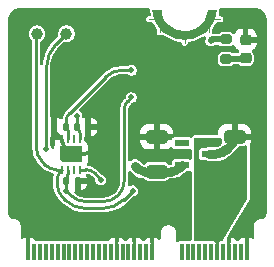
<source format=gbr>
%TF.GenerationSoftware,KiCad,Pcbnew,9.0.0*%
%TF.CreationDate,2025-05-23T16:01:07+04:00*%
%TF.ProjectId,02_06_sensor_temphumid_HDC3022DEJR,30325f30-365f-4736-956e-736f725f7465,rev?*%
%TF.SameCoordinates,Original*%
%TF.FileFunction,Copper,L1,Top*%
%TF.FilePolarity,Positive*%
%FSLAX46Y46*%
G04 Gerber Fmt 4.6, Leading zero omitted, Abs format (unit mm)*
G04 Created by KiCad (PCBNEW 9.0.0) date 2025-05-23 16:01:07*
%MOMM*%
%LPD*%
G01*
G04 APERTURE LIST*
G04 Aperture macros list*
%AMRoundRect*
0 Rectangle with rounded corners*
0 $1 Rounding radius*
0 $2 $3 $4 $5 $6 $7 $8 $9 X,Y pos of 4 corners*
0 Add a 4 corners polygon primitive as box body*
4,1,4,$2,$3,$4,$5,$6,$7,$8,$9,$2,$3,0*
0 Add four circle primitives for the rounded corners*
1,1,$1+$1,$2,$3*
1,1,$1+$1,$4,$5*
1,1,$1+$1,$6,$7*
1,1,$1+$1,$8,$9*
0 Add four rect primitives between the rounded corners*
20,1,$1+$1,$2,$3,$4,$5,0*
20,1,$1+$1,$4,$5,$6,$7,0*
20,1,$1+$1,$6,$7,$8,$9,0*
20,1,$1+$1,$8,$9,$2,$3,0*%
%AMFreePoly0*
4,1,6,0.900000,-0.650013,-0.750013,-0.650013,-0.900000,-0.500000,-0.900000,0.650013,0.900000,0.650013,0.900000,-0.650013,0.900000,-0.650013,$1*%
G04 Aperture macros list end*
%TA.AperFunction,EtchedComponent*%
%ADD10C,0.101600*%
%TD*%
%TA.AperFunction,EtchedComponent*%
%ADD11C,0.000000*%
%TD*%
%TA.AperFunction,SMDPad,CuDef*%
%ADD12R,0.350000X1.450000*%
%TD*%
%TA.AperFunction,ComponentPad*%
%ADD13C,0.454000*%
%TD*%
%TA.AperFunction,SMDPad,CuDef*%
%ADD14RoundRect,0.218750X-0.256250X0.218750X-0.256250X-0.218750X0.256250X-0.218750X0.256250X0.218750X0*%
%TD*%
%TA.AperFunction,SMDPad,CuDef*%
%ADD15C,1.000000*%
%TD*%
%TA.AperFunction,SMDPad,CuDef*%
%ADD16RoundRect,0.135000X-0.135000X-0.185000X0.135000X-0.185000X0.135000X0.185000X-0.135000X0.185000X0*%
%TD*%
%TA.AperFunction,SMDPad,CuDef*%
%ADD17R,1.200000X0.600000*%
%TD*%
%TA.AperFunction,SMDPad,CuDef*%
%ADD18R,0.250013X0.700000*%
%TD*%
%TA.AperFunction,SMDPad,CuDef*%
%ADD19FreePoly0,0.000000*%
%TD*%
%TA.AperFunction,SMDPad,CuDef*%
%ADD20RoundRect,0.140000X-0.140000X-0.170000X0.140000X-0.170000X0.140000X0.170000X-0.140000X0.170000X0*%
%TD*%
%TA.AperFunction,SMDPad,CuDef*%
%ADD21RoundRect,0.135000X0.135000X0.185000X-0.135000X0.185000X-0.135000X-0.185000X0.135000X-0.185000X0*%
%TD*%
%TA.AperFunction,SMDPad,CuDef*%
%ADD22RoundRect,0.250000X0.650000X-0.325000X0.650000X0.325000X-0.650000X0.325000X-0.650000X-0.325000X0*%
%TD*%
%TA.AperFunction,SMDPad,CuDef*%
%ADD23RoundRect,0.200000X-0.275000X0.200000X-0.275000X-0.200000X0.275000X-0.200000X0.275000X0.200000X0*%
%TD*%
%TA.AperFunction,ViaPad*%
%ADD24C,0.500000*%
%TD*%
%TA.AperFunction,ViaPad*%
%ADD25C,0.700000*%
%TD*%
%TA.AperFunction,Conductor*%
%ADD26C,0.250000*%
%TD*%
%TA.AperFunction,Conductor*%
%ADD27C,0.500000*%
%TD*%
%TA.AperFunction,Conductor*%
%ADD28C,0.750000*%
%TD*%
%TA.AperFunction,Conductor*%
%ADD29C,0.300000*%
%TD*%
G04 APERTURE END LIST*
D10*
%TO.C,J1*%
X150401100Y-93365617D02*
X149501100Y-93365617D01*
X150401100Y-93365617D02*
X150401100Y-94465617D01*
X152501100Y-94665617D02*
X152501100Y-95365617D01*
X154601100Y-93365617D02*
X154601100Y-94465617D01*
X154601100Y-93365617D02*
X155501100Y-93365617D01*
D11*
%TA.AperFunction,EtchedComponent*%
G36*
X150589520Y-92903790D02*
G01*
X150672547Y-93182404D01*
X150798137Y-93444600D01*
X150963197Y-93683921D01*
X151163663Y-93894475D01*
X151394599Y-94071077D01*
X151650318Y-94209378D01*
X151924524Y-94305973D01*
X152501100Y-94365617D01*
X152791735Y-94358484D01*
X153077676Y-94305973D01*
X153351882Y-94209378D01*
X153607601Y-94071077D01*
X153838537Y-93894475D01*
X154039003Y-93683921D01*
X154204063Y-93444600D01*
X154329653Y-93182404D01*
X154451100Y-92615617D01*
X155251100Y-92615617D01*
X155188052Y-92979552D01*
X155077551Y-93331991D01*
X154921527Y-93666775D01*
X154722708Y-93978053D01*
X154484567Y-94260387D01*
X154211266Y-94508843D01*
X153907580Y-94719078D01*
X153578818Y-94887420D01*
X153230723Y-95010926D01*
X152869379Y-95087437D01*
X152501100Y-95115617D01*
X152131911Y-95089990D01*
X151769434Y-95015377D01*
X151420137Y-94893111D01*
X151090257Y-94725373D01*
X150785681Y-94515157D01*
X150511846Y-94266216D01*
X150273640Y-93982994D01*
X150075315Y-93670545D01*
X149920411Y-93334448D01*
X149751100Y-92615617D01*
X150551100Y-92615617D01*
X150589520Y-92903790D01*
G37*
%TD.AperFunction*%
%TD*%
D12*
%TO.P,J1,1,GND*%
%TO.N,GND*%
X157751100Y-113090617D03*
%TO.P,J1,3,USB_D+*%
%TO.N,/USB_D+*%
X157251100Y-113090617D03*
%TO.P,J1,5,USB_D-*%
%TO.N,/USB_D-*%
X156751100Y-113090617D03*
%TO.P,J1,7,GND*%
%TO.N,GND*%
X156251100Y-113090617D03*
%TO.P,J1,9,USB_VIN*%
%TO.N,/V_USB*%
X155751100Y-113090617D03*
%TO.P,J1,11,~{BOOT}*%
%TO.N,VIN*%
X155251100Y-113090617D03*
%TO.P,J1,13,RTS1*%
%TO.N,/UART_RTS1*%
X154751100Y-113090617D03*
%TO.P,J1,15,CTS1*%
%TO.N,/UART_CTS1*%
X154251100Y-113090617D03*
%TO.P,J1,17,TX1*%
%TO.N,HDC3022DEJR_TX*%
X153751100Y-113090617D03*
%TO.P,J1,19,RX1*%
%TO.N,HDC3022DEJR_RX*%
X153251100Y-113090617D03*
%TO.P,J1,21,SWDCK*%
%TO.N,/SWDCK*%
X152751100Y-113090617D03*
%TO.P,J1,23,SWDIO*%
%TO.N,/SWDIO*%
X152251100Y-113090617D03*
%TO.P,J1,33,GND*%
%TO.N,GND*%
X149751100Y-113090617D03*
%TO.P,J1,35,USBHOST_D+*%
%TO.N,/USBHOST_D+*%
X149251100Y-113090617D03*
%TO.P,J1,37,USBHOST_D-*%
%TO.N,/USBHOST_D-*%
X148751100Y-113090617D03*
%TO.P,J1,39,GND*%
%TO.N,GND*%
X148251100Y-113090617D03*
%TO.P,J1,41,CAN-RX*%
%TO.N,/CAN-RX*%
X147751100Y-113090617D03*
%TO.P,J1,43,CAN-TX*%
%TO.N,/CAN-TX*%
X147251100Y-113090617D03*
%TO.P,J1,45,GND*%
%TO.N,GND*%
X146751100Y-113090617D03*
%TO.P,J1,47,PWM1*%
%TO.N,/PWM1*%
X146251100Y-113090617D03*
%TO.P,J1,49,BATT_VIN/3*%
%TO.N,/BATT_VIN*%
X145751100Y-113090617D03*
%TO.P,J1,51,I2C_SDA1*%
%TO.N,/I2C_SDA1*%
X145251100Y-113090617D03*
%TO.P,J1,53,I2C_SCL1*%
%TO.N,/I2C_SCL1*%
X144751100Y-113090617D03*
%TO.P,J1,55,SPI_~{CS}*%
%TO.N,/~{SPI_CS}*%
X144251100Y-113090617D03*
%TO.P,J1,57,SPI_SCK*%
%TO.N,/SPI_SCK*%
X143751100Y-113090617D03*
%TO.P,J1,59,SPI_SDO*%
%TO.N,/SPI_COPI-LED_DAT*%
X143251100Y-113090617D03*
%TO.P,J1,61,SPI_SDI*%
%TO.N,/SPI_CIPO-LED_CLK*%
X142751100Y-113090617D03*
%TO.P,J1,63,G10/ADC_D+/CAM_VSYNC*%
%TO.N,/G10-CAM_VSYNC*%
X142251100Y-113090617D03*
%TO.P,J1,65,G9/ADC_D-/CAM_HSYNC*%
%TO.N,/G9-CAM_HSYNC*%
X141751100Y-113090617D03*
%TO.P,J1,67,G8*%
%TO.N,/G8*%
X141251100Y-113090617D03*
%TO.P,J1,69,G7/BUS7*%
%TO.N,/G7*%
X140751100Y-113090617D03*
%TO.P,J1,71,G6/BUS6*%
%TO.N,/G6*%
X140251100Y-113090617D03*
%TO.P,J1,73,G5/BUS5*%
%TO.N,/G5*%
X139751100Y-113090617D03*
%TO.P,J1,75,GND*%
%TO.N,GND*%
X139251100Y-113090617D03*
D13*
%TO.P,J1,GND1,GND*%
X150401100Y-93365617D03*
%TO.P,J1,GND2,GND*%
X152501100Y-94665617D03*
%TO.P,J1,GND3,GND*%
X154601100Y-93365617D03*
%TD*%
D14*
%TO.P,D1,1,K*%
%TO.N,GND*%
X157660000Y-95112500D03*
%TO.P,D1,2,A*%
%TO.N,Net-(D1-A)*%
X157660000Y-96687500D03*
%TD*%
D15*
%TO.P,SCL1,1,1*%
%TO.N,HDC3022DEJR_SCL*%
X142500000Y-94600000D03*
%TD*%
%TO.P,SDA1,1,1*%
%TO.N,HDC3022DEJR_SDA*%
X140000000Y-94600000D03*
%TD*%
D16*
%TO.P,R2,1*%
%TO.N,HDC3022DEJR_ADDR*%
X142439809Y-107099950D03*
%TO.P,R2,2*%
%TO.N,GND*%
X143459809Y-107099950D03*
%TD*%
D17*
%TO.P,U2,1,VIN*%
%TO.N,VIN*%
X154549987Y-105749962D03*
%TO.P,U2,2,GND*%
%TO.N,GND*%
X154549987Y-104800000D03*
%TO.P,U2,3,EN*%
%TO.N,VIN*%
X154549987Y-103850038D03*
%TO.P,U2,4,NC*%
%TO.N,unconnected-(U2-NC-Pad4)*%
X152250013Y-103850038D03*
%TO.P,U2,5,VOUT*%
%TO.N,+3V3*%
X152250013Y-105749962D03*
%TD*%
D18*
%TO.P,U1,1,SDA*%
%TO.N,HDC3022DEJR_SDA*%
X142149936Y-106099950D03*
%TO.P,U1,2,ADDR*%
%TO.N,HDC3022DEJR_ADDR*%
X142649809Y-106099950D03*
%TO.P,U1,3,ALERT*%
%TO.N,HDC3022DEJR_INT*%
X143149936Y-106099950D03*
%TO.P,U1,4,SCL*%
%TO.N,HDC3022DEJR_SCL*%
X143650064Y-106099950D03*
%TO.P,U1,5,VDD*%
%TO.N,+3V3*%
X143650064Y-103500000D03*
%TO.P,U1,6,RESET#*%
%TO.N,unconnected-(U1-RESET#-Pad6)*%
X143149936Y-103500000D03*
%TO.P,U1,7,ADDR1*%
%TO.N,HDC3022DEJR_ADDR1*%
X142649809Y-103500000D03*
%TO.P,U1,8,GND*%
%TO.N,GND*%
X142149936Y-103500000D03*
D19*
%TO.P,U1,9,EP*%
X142884760Y-104787275D03*
%TD*%
D20*
%TO.P,C1,1*%
%TO.N,+3V3*%
X143369809Y-102499950D03*
%TO.P,C1,2*%
%TO.N,GND*%
X144329809Y-102499950D03*
%TD*%
D21*
%TO.P,R3,1*%
%TO.N,HDC3022DEJR_ADDR1*%
X142459809Y-102499950D03*
%TO.P,R3,2*%
%TO.N,GND*%
X141439809Y-102499950D03*
%TD*%
D22*
%TO.P,C3,1*%
%TO.N,VIN*%
X156737500Y-106275000D03*
%TO.P,C3,2*%
%TO.N,GND*%
X156737500Y-103325000D03*
%TD*%
D23*
%TO.P,R1,1*%
%TO.N,+3V3*%
X156000000Y-95075000D03*
%TO.P,R1,2*%
%TO.N,Net-(D1-A)*%
X156000000Y-96725000D03*
%TD*%
D22*
%TO.P,C4,1*%
%TO.N,+3V3*%
X150137500Y-106275000D03*
%TO.P,C4,2*%
%TO.N,GND*%
X150137500Y-103325000D03*
%TD*%
D24*
%TO.N,+3V3*%
X148300000Y-105800000D03*
X154700000Y-95200000D03*
X143369809Y-101530191D03*
D25*
%TO.N,GND*%
X147100000Y-94400000D03*
X156600000Y-101500000D03*
X157600000Y-100500000D03*
X146100000Y-94400000D03*
X147100000Y-95400000D03*
X148100000Y-94400000D03*
X156600000Y-100500000D03*
X146100000Y-96400000D03*
X146100000Y-95400000D03*
X157600000Y-101500000D03*
X155600000Y-101500000D03*
X157600000Y-99500000D03*
D24*
%TO.N,HDC3022DEJR_SCL*%
X140800000Y-104400000D03*
X145400000Y-107000000D03*
%TO.N,HDC3022DEJR_SDA*%
X148100000Y-107900000D03*
%TO.N,HDC3022DEJR_ADDR*%
X142500000Y-107900000D03*
X148000000Y-100000000D03*
%TO.N,HDC3022DEJR_ADDR1*%
X148000000Y-97700000D03*
%TD*%
D26*
%TO.N,+3V3*%
X143650064Y-102978375D02*
X143650064Y-103500000D01*
D27*
X154825000Y-95075000D02*
X156000000Y-95075000D01*
X154700000Y-95200000D02*
X154825000Y-95075000D01*
D28*
X148537500Y-106037500D02*
X148300000Y-105800000D01*
X150137500Y-106275000D02*
X149110875Y-106275000D01*
X150137500Y-106275000D02*
X151366268Y-106275000D01*
D26*
X143369809Y-101530191D02*
X143369809Y-102400865D01*
X143509936Y-102640077D02*
X143439872Y-102570013D01*
D28*
X152000000Y-106012500D02*
X152262500Y-105750000D01*
D26*
X143509936Y-102640077D02*
G75*
G02*
X143650070Y-102978375I-338336J-338323D01*
G01*
D28*
X148537500Y-106037500D02*
G75*
G03*
X149110875Y-106275010I573400J573400D01*
G01*
D26*
X143369809Y-102400865D02*
G75*
G03*
X143439859Y-102570026I239191J-35D01*
G01*
D28*
X151366268Y-106275000D02*
G75*
G03*
X152000009Y-106012509I32J896200D01*
G01*
%TO.N,GND*%
X156618529Y-103780470D02*
X155974296Y-104424702D01*
D29*
X143266246Y-104787275D02*
X144038880Y-104787275D01*
D28*
X156737500Y-103493250D02*
X156737500Y-103325000D01*
D29*
X142615008Y-104517523D02*
X142345256Y-104247771D01*
D26*
X141542312Y-102892376D02*
X142052275Y-103402339D01*
X141439809Y-102644911D02*
X141439809Y-102499950D01*
D28*
X155068250Y-104800000D02*
X154537500Y-104800000D01*
D29*
X144506362Y-104593637D02*
X144700000Y-104400000D01*
X142149936Y-103776225D02*
X142149936Y-103638112D01*
D26*
X141542312Y-102892376D02*
G75*
G02*
X141439808Y-102644911I247488J247476D01*
G01*
D28*
X156737500Y-103493250D02*
G75*
G02*
X156618506Y-103780447I-406200J50D01*
G01*
D29*
X142615008Y-104517523D02*
G75*
G03*
X143266246Y-104787246I651192J651223D01*
G01*
D26*
X142052275Y-103402339D02*
G75*
G02*
X142149926Y-103638112I-235775J-235761D01*
G01*
D29*
X144506362Y-104593637D02*
G75*
G02*
X144038880Y-104787273I-467462J467437D01*
G01*
X142149936Y-103776225D02*
G75*
G03*
X142345269Y-104247758I666864J25D01*
G01*
D28*
X155068250Y-104800000D02*
G75*
G03*
X155974263Y-104424669I-50J1281300D01*
G01*
%TO.N,VIN*%
X154537500Y-105750000D02*
X154254200Y-105750000D01*
X156475000Y-106012500D02*
X156737500Y-106275000D01*
X155841268Y-105750000D02*
X155104100Y-105750000D01*
X155104100Y-105750000D02*
X154537500Y-105750000D01*
X155841268Y-105750000D02*
G75*
G02*
X156475009Y-106012491I32J-896200D01*
G01*
D27*
%TO.N,Net-(D1-A)*%
X157641250Y-96706250D02*
X157660000Y-96687500D01*
X157595983Y-96725000D02*
X156000000Y-96725000D01*
X157595983Y-96725000D02*
G75*
G03*
X157641255Y-96706255I17J64000D01*
G01*
D26*
%TO.N,HDC3022DEJR_SCL*%
X144935785Y-106435785D02*
X145364644Y-106864644D01*
X140800000Y-97502081D02*
X140800000Y-104400000D01*
X141650000Y-95450000D02*
X142500000Y-94600000D01*
X144125007Y-106099950D02*
X143650064Y-106099950D01*
X145400000Y-107000000D02*
X145400000Y-106950000D01*
X144935785Y-106435785D02*
G75*
G03*
X144125007Y-106099956I-810785J-810815D01*
G01*
X145364644Y-106864644D02*
G75*
G02*
X145400003Y-106950000I-85344J-85356D01*
G01*
X140800000Y-97502081D02*
G75*
G02*
X141650005Y-95450005I2902100J-19D01*
G01*
%TO.N,HDC3022DEJR_SDA*%
X142400000Y-108700000D02*
X142212692Y-108512692D01*
X148100000Y-107900000D02*
X147350000Y-108650000D01*
X141617649Y-106099950D02*
X142149936Y-106099950D01*
X139962000Y-94638000D02*
X140000000Y-94600000D01*
X145539339Y-109400000D02*
X144089949Y-109400000D01*
X142149936Y-106099950D02*
X141924968Y-106324918D01*
X141700000Y-107274943D02*
X141700000Y-106868038D01*
X139924000Y-104117381D02*
X139924000Y-94729740D01*
X140504681Y-105519269D02*
X140708978Y-105723566D01*
X139924000Y-94729740D02*
G75*
G02*
X139961988Y-94637988I129700J40D01*
G01*
X141700000Y-107274943D02*
G75*
G03*
X142212722Y-108512662I1750400J43D01*
G01*
X145539339Y-109400000D02*
G75*
G03*
X147349988Y-108649988I-39J2560700D01*
G01*
X140504681Y-105519269D02*
G75*
G02*
X139924022Y-104117381I1401919J1401869D01*
G01*
X141924968Y-106324918D02*
G75*
G03*
X141700031Y-106868038I543132J-543082D01*
G01*
X140708978Y-105723566D02*
G75*
G03*
X141617649Y-106099987I908722J908666D01*
G01*
X142400000Y-108700000D02*
G75*
G03*
X144089949Y-109400021I1690000J1690000D01*
G01*
%TO.N,HDC3022DEJR_ADDR*%
X142544809Y-106705000D02*
X142542321Y-106707487D01*
X142649809Y-106451507D02*
X142649809Y-106099950D01*
X145652747Y-108800000D02*
X144036396Y-108800000D01*
X142950000Y-108350000D02*
X142500000Y-107900000D01*
X142439809Y-107797247D02*
X142439809Y-107389900D01*
X148000000Y-100000000D02*
X147700000Y-100300000D01*
X142439809Y-106954975D02*
X142439809Y-107099950D01*
X142439809Y-107099950D02*
X142439809Y-107389900D01*
X147400000Y-107052747D02*
X147400000Y-101024264D01*
X142469904Y-107869904D02*
X142500000Y-107900000D01*
X142544809Y-106705000D02*
G75*
G03*
X142649810Y-106451507I-253509J253500D01*
G01*
X142950000Y-108350000D02*
G75*
G03*
X144036396Y-108800002I1086400J1086400D01*
G01*
X147400000Y-101024264D02*
G75*
G02*
X147700011Y-100300011I1024300J-36D01*
G01*
X142439809Y-107797247D02*
G75*
G03*
X142469920Y-107869888I102791J47D01*
G01*
X146888241Y-108288241D02*
G75*
G02*
X145652747Y-108800019I-1235541J1235541D01*
G01*
X146888241Y-108288241D02*
G75*
G03*
X147400019Y-107052747I-1235541J1235541D01*
G01*
X142439809Y-106954975D02*
G75*
G02*
X142542336Y-106707502I349991J-25D01*
G01*
%TO.N,HDC3022DEJR_ADDR1*%
X142649809Y-102824300D02*
X142649809Y-103500000D01*
X148000000Y-97700000D02*
X147192706Y-97700000D01*
X142768937Y-101316474D02*
X145814568Y-98270843D01*
X142459809Y-102062776D02*
X142459809Y-102499950D01*
X142768937Y-101316474D02*
G75*
G03*
X142459780Y-102062776I746263J-746326D01*
G01*
X142554809Y-102594950D02*
G75*
G02*
X142459821Y-102365599I229391J229350D01*
G01*
X147192706Y-97700000D02*
G75*
G03*
X145814561Y-98270836I-6J-1949000D01*
G01*
X142649809Y-102824300D02*
G75*
G03*
X142554801Y-102594958I-324309J0D01*
G01*
%TD*%
%TA.AperFunction,Conductor*%
%TO.N,VIN*%
G36*
X155580039Y-103419685D02*
G01*
X155625794Y-103472489D01*
X155637000Y-103524000D01*
X155637000Y-103704269D01*
X155639853Y-103734698D01*
X155668701Y-103817141D01*
X155669546Y-103833707D01*
X155675343Y-103849249D01*
X155671290Y-103867878D01*
X155672262Y-103886920D01*
X155663893Y-103901880D01*
X155660491Y-103917522D01*
X155639340Y-103945776D01*
X155621098Y-103964018D01*
X155621058Y-103964054D01*
X155571644Y-104013473D01*
X155562628Y-104021644D01*
X155469819Y-104097818D01*
X155449609Y-104111324D01*
X155349115Y-104165046D01*
X155326656Y-104174350D01*
X155217616Y-104207432D01*
X155193776Y-104212175D01*
X155084626Y-104222930D01*
X155074763Y-104223902D01*
X155062605Y-104224500D01*
X154461734Y-104224500D01*
X154315365Y-104263719D01*
X154315364Y-104263719D01*
X154315362Y-104263720D01*
X154315359Y-104263721D01*
X154282166Y-104282886D01*
X154220165Y-104299500D01*
X153930234Y-104299500D01*
X153871757Y-104311131D01*
X153871756Y-104311132D01*
X153805434Y-104355447D01*
X153761119Y-104421769D01*
X153761118Y-104421770D01*
X153749487Y-104480247D01*
X153749487Y-105119752D01*
X153761118Y-105178229D01*
X153761119Y-105178230D01*
X153805434Y-105244552D01*
X153871756Y-105288867D01*
X153871757Y-105288868D01*
X153930234Y-105300499D01*
X153930237Y-105300500D01*
X153930239Y-105300500D01*
X154220165Y-105300500D01*
X154282166Y-105317114D01*
X154315359Y-105336278D01*
X154315360Y-105336278D01*
X154315365Y-105336281D01*
X154461734Y-105375500D01*
X154990775Y-105375500D01*
X154998383Y-105375500D01*
X154998394Y-105375503D01*
X155016875Y-105375502D01*
X155017031Y-105375547D01*
X155068272Y-105375545D01*
X155068272Y-105375546D01*
X155189979Y-105375541D01*
X155431307Y-105343759D01*
X155431311Y-105343758D01*
X155666419Y-105280750D01*
X155666420Y-105280749D01*
X155666422Y-105280749D01*
X155891302Y-105187589D01*
X155891310Y-105187583D01*
X155891313Y-105187583D01*
X156008793Y-105119748D01*
X156102097Y-105065873D01*
X156295202Y-104917684D01*
X156333173Y-104879708D01*
X156371143Y-104841736D01*
X156371144Y-104841733D01*
X157076060Y-104136819D01*
X157137383Y-104103334D01*
X157163741Y-104100500D01*
X157441770Y-104100500D01*
X157472199Y-104097646D01*
X157472201Y-104097646D01*
X157536290Y-104075219D01*
X157600382Y-104052793D01*
X157602365Y-104051329D01*
X157604910Y-104050399D01*
X157608601Y-104048449D01*
X157608867Y-104048953D01*
X157667991Y-104027357D01*
X157736162Y-104042671D01*
X157785232Y-104092409D01*
X157800000Y-104151098D01*
X157800000Y-108565888D01*
X157782552Y-108629312D01*
X155713963Y-112104541D01*
X155662759Y-112152079D01*
X155607411Y-112165117D01*
X155556347Y-112165117D01*
X155497870Y-112176748D01*
X155497869Y-112176749D01*
X155431547Y-112221064D01*
X155387232Y-112287386D01*
X155387231Y-112287387D01*
X155375600Y-112345864D01*
X155375600Y-112638879D01*
X155371196Y-112654886D01*
X155371705Y-112669715D01*
X155358152Y-112702303D01*
X155357152Y-112703983D01*
X155305948Y-112751521D01*
X155237171Y-112763830D01*
X155172658Y-112737001D01*
X155132890Y-112679552D01*
X155126600Y-112640559D01*
X155126600Y-112345866D01*
X155126599Y-112345864D01*
X155114968Y-112287387D01*
X155114967Y-112287386D01*
X155070652Y-112221064D01*
X155004330Y-112176749D01*
X155004329Y-112176748D01*
X154945852Y-112165117D01*
X154945848Y-112165117D01*
X154556352Y-112165117D01*
X154556351Y-112165117D01*
X154525288Y-112171295D01*
X154476912Y-112171295D01*
X154445849Y-112165117D01*
X154445848Y-112165117D01*
X154056352Y-112165117D01*
X154056351Y-112165117D01*
X154025288Y-112171295D01*
X153976912Y-112171295D01*
X153945849Y-112165117D01*
X153945848Y-112165117D01*
X153556352Y-112165117D01*
X153556351Y-112165117D01*
X153525288Y-112171295D01*
X153523521Y-112171370D01*
X153522693Y-112171782D01*
X153515677Y-112171707D01*
X153487417Y-112172920D01*
X153482121Y-112172332D01*
X153445848Y-112165117D01*
X153417135Y-112165117D01*
X153410317Y-112164360D01*
X153384157Y-112153417D01*
X153356961Y-112145432D01*
X153352353Y-112140114D01*
X153345859Y-112137398D01*
X153329767Y-112114048D01*
X153311206Y-112092628D01*
X153309453Y-112084573D01*
X153306210Y-112079867D01*
X153305823Y-112067887D01*
X153300000Y-112041117D01*
X153300000Y-103524000D01*
X153319685Y-103456961D01*
X153372489Y-103411206D01*
X153424000Y-103400000D01*
X155513000Y-103400000D01*
X155580039Y-103419685D01*
G37*
%TD.AperFunction*%
%TD*%
%TA.AperFunction,Conductor*%
%TO.N,GND*%
G36*
X149497374Y-92435802D02*
G01*
X149543129Y-92488606D01*
X149553073Y-92557764D01*
X149551414Y-92566873D01*
X149550440Y-92571277D01*
X149551073Y-92662731D01*
X149621536Y-92961888D01*
X149617746Y-93031655D01*
X149576838Y-93088297D01*
X149511801Y-93113831D01*
X149500839Y-93114317D01*
X149451111Y-93114317D01*
X149358749Y-93152575D01*
X149288058Y-93223266D01*
X149249800Y-93315628D01*
X149249800Y-93415605D01*
X149262959Y-93447373D01*
X149288058Y-93507967D01*
X149358750Y-93578659D01*
X149451113Y-93616917D01*
X149635438Y-93616917D01*
X149697636Y-93633645D01*
X149848942Y-93721375D01*
X149859394Y-93732378D01*
X149872847Y-93739415D01*
X149895638Y-93769333D01*
X149901808Y-93780662D01*
X149901815Y-93780673D01*
X150100140Y-94093122D01*
X150113625Y-94111522D01*
X150116374Y-94115272D01*
X150116377Y-94115277D01*
X150120693Y-94120407D01*
X150148783Y-94184381D01*
X150149800Y-94200227D01*
X150149800Y-94515605D01*
X150164880Y-94552011D01*
X150188058Y-94607967D01*
X150258750Y-94678659D01*
X150351113Y-94716917D01*
X150351115Y-94716917D01*
X150451085Y-94716917D01*
X150451087Y-94716917D01*
X150543450Y-94678659D01*
X150543452Y-94678656D01*
X150554436Y-94674107D01*
X150623906Y-94666638D01*
X150672325Y-94686614D01*
X150973526Y-94894501D01*
X150984141Y-94900824D01*
X150997091Y-94908539D01*
X150997100Y-94908544D01*
X150997114Y-94908552D01*
X151154343Y-94988500D01*
X151315282Y-95070335D01*
X151326994Y-95076290D01*
X151327004Y-95076294D01*
X151327016Y-95076300D01*
X151352243Y-95087072D01*
X151601185Y-95174210D01*
X151701541Y-95209338D01*
X151728002Y-95216657D01*
X152090479Y-95291270D01*
X152100226Y-95292605D01*
X152106519Y-95293468D01*
X152137137Y-95301758D01*
X152174001Y-95317027D01*
X152228405Y-95360868D01*
X152248167Y-95407397D01*
X152249799Y-95415601D01*
X152249800Y-95415603D01*
X152249800Y-95415604D01*
X152288058Y-95507967D01*
X152358750Y-95578659D01*
X152451113Y-95616917D01*
X152451115Y-95616917D01*
X152551085Y-95616917D01*
X152551087Y-95616917D01*
X152643450Y-95578659D01*
X152714142Y-95507967D01*
X152752400Y-95415604D01*
X152752400Y-95415596D01*
X152754030Y-95407403D01*
X152757710Y-95400365D01*
X152757994Y-95392429D01*
X152773671Y-95369848D01*
X152786412Y-95345490D01*
X152794328Y-95340097D01*
X152797842Y-95335037D01*
X152828196Y-95317027D01*
X152874850Y-95297702D01*
X152904696Y-95289520D01*
X152911948Y-95288480D01*
X153212085Y-95224929D01*
X153273279Y-95211972D01*
X153273289Y-95211970D01*
X153299422Y-95204602D01*
X153299427Y-95204600D01*
X153299439Y-95204597D01*
X153647534Y-95081091D01*
X153672479Y-95070335D01*
X154001241Y-94901993D01*
X154024549Y-94888041D01*
X154129067Y-94815685D01*
X154195389Y-94793712D01*
X154263064Y-94811084D01*
X154310605Y-94862286D01*
X154322916Y-94931063D01*
X154307033Y-94979638D01*
X154280200Y-95026113D01*
X154280200Y-95026117D01*
X154274727Y-95046542D01*
X154249500Y-95140691D01*
X154249500Y-95259309D01*
X154253324Y-95273580D01*
X154273308Y-95348162D01*
X154273308Y-95348163D01*
X154280199Y-95373884D01*
X154290906Y-95392429D01*
X154339511Y-95476614D01*
X154423386Y-95560489D01*
X154526113Y-95619799D01*
X154550321Y-95626284D01*
X154550324Y-95626286D01*
X154550325Y-95626286D01*
X154564033Y-95629959D01*
X154640691Y-95650500D01*
X154640693Y-95650500D01*
X154759308Y-95650500D01*
X154759309Y-95650500D01*
X154849673Y-95626286D01*
X154873887Y-95619799D01*
X154976614Y-95560489D01*
X154988347Y-95548755D01*
X155004650Y-95540068D01*
X155021503Y-95536580D01*
X155036607Y-95528334D01*
X155062965Y-95525500D01*
X155357746Y-95525500D01*
X155424785Y-95545185D01*
X155445428Y-95561820D01*
X155486653Y-95603046D01*
X155486655Y-95603047D01*
X155486658Y-95603050D01*
X155599694Y-95660645D01*
X155599698Y-95660647D01*
X155693475Y-95675499D01*
X155693481Y-95675500D01*
X156306518Y-95675499D01*
X156400304Y-95660646D01*
X156513342Y-95603050D01*
X156538905Y-95577486D01*
X156600226Y-95544002D01*
X156669918Y-95548986D01*
X156725852Y-95590856D01*
X156744292Y-95626165D01*
X156747905Y-95637070D01*
X156747908Y-95637077D01*
X156836114Y-95780080D01*
X156954919Y-95898885D01*
X157084793Y-95978992D01*
X157099318Y-95995140D01*
X157117030Y-96007706D01*
X157122220Y-96020603D01*
X157131517Y-96030940D01*
X157135005Y-96052376D01*
X157143113Y-96072524D01*
X157140506Y-96086178D01*
X157142740Y-96099903D01*
X157134084Y-96119823D01*
X157130013Y-96141154D01*
X157117144Y-96158811D01*
X157114896Y-96163985D01*
X157109592Y-96169941D01*
X157108487Y-96171103D01*
X157060342Y-96219249D01*
X157057563Y-96224702D01*
X157046915Y-96235910D01*
X157023467Y-96249502D01*
X157002012Y-96266049D01*
X156991529Y-96268017D01*
X156986468Y-96270952D01*
X156977980Y-96270562D01*
X156957019Y-96274500D01*
X156642254Y-96274500D01*
X156575215Y-96254815D01*
X156554572Y-96238180D01*
X156513346Y-96196953D01*
X156513344Y-96196952D01*
X156513342Y-96196950D01*
X156436517Y-96157805D01*
X156400301Y-96139352D01*
X156306524Y-96124500D01*
X155693482Y-96124500D01*
X155612519Y-96137323D01*
X155599696Y-96139354D01*
X155486658Y-96196950D01*
X155486657Y-96196951D01*
X155486652Y-96196954D01*
X155396954Y-96286652D01*
X155396951Y-96286657D01*
X155339352Y-96399698D01*
X155324500Y-96493475D01*
X155324500Y-96956517D01*
X155335292Y-97024657D01*
X155339354Y-97050304D01*
X155396950Y-97163342D01*
X155396952Y-97163344D01*
X155396954Y-97163347D01*
X155486652Y-97253045D01*
X155486654Y-97253046D01*
X155486658Y-97253050D01*
X155598332Y-97309951D01*
X155599698Y-97310647D01*
X155693475Y-97325499D01*
X155693481Y-97325500D01*
X156306518Y-97325499D01*
X156400304Y-97310646D01*
X156513342Y-97253050D01*
X156554572Y-97211820D01*
X156615895Y-97178334D01*
X156642254Y-97175500D01*
X157028729Y-97175500D01*
X157095768Y-97195185D01*
X157116411Y-97211820D01*
X157154244Y-97249654D01*
X157154246Y-97249655D01*
X157154249Y-97249658D01*
X157272580Y-97309951D01*
X157272581Y-97309951D01*
X157272583Y-97309952D01*
X157272582Y-97309952D01*
X157370749Y-97325500D01*
X157370754Y-97325500D01*
X157949251Y-97325500D01*
X158047417Y-97309952D01*
X158047418Y-97309951D01*
X158047420Y-97309951D01*
X158165751Y-97249658D01*
X158259658Y-97155751D01*
X158319951Y-97037420D01*
X158319951Y-97037418D01*
X158319952Y-97037417D01*
X158335500Y-96939251D01*
X158335500Y-96435748D01*
X158319952Y-96337582D01*
X158319951Y-96337580D01*
X158259658Y-96219249D01*
X158259654Y-96219245D01*
X158259653Y-96219243D01*
X158212622Y-96172212D01*
X158179137Y-96110889D01*
X158184121Y-96041197D01*
X158225993Y-95985264D01*
X158235207Y-95978992D01*
X158365078Y-95898887D01*
X158483885Y-95780080D01*
X158572091Y-95637077D01*
X158572093Y-95637072D01*
X158624942Y-95477583D01*
X158634999Y-95379150D01*
X158635000Y-95379137D01*
X158635000Y-95362500D01*
X157784000Y-95362500D01*
X157716961Y-95342815D01*
X157671206Y-95290011D01*
X157660000Y-95238500D01*
X157660000Y-95112500D01*
X157534000Y-95112500D01*
X157466961Y-95092815D01*
X157421206Y-95040011D01*
X157410000Y-94988500D01*
X157410000Y-94862500D01*
X157910000Y-94862500D01*
X158634999Y-94862500D01*
X158634999Y-94845864D01*
X158634998Y-94845847D01*
X158624943Y-94747416D01*
X158572093Y-94587927D01*
X158572091Y-94587922D01*
X158483885Y-94444919D01*
X158365080Y-94326114D01*
X158222077Y-94237908D01*
X158222072Y-94237906D01*
X158062583Y-94185057D01*
X157964150Y-94175000D01*
X157910000Y-94175000D01*
X157910000Y-94862500D01*
X157410000Y-94862500D01*
X157410000Y-94175000D01*
X157409999Y-94174999D01*
X157355864Y-94175000D01*
X157355847Y-94175001D01*
X157257415Y-94185057D01*
X157097927Y-94237906D01*
X157097922Y-94237908D01*
X156954919Y-94326114D01*
X156836113Y-94444920D01*
X156836110Y-94444924D01*
X156756381Y-94574185D01*
X156704433Y-94620910D01*
X156635471Y-94632131D01*
X156571389Y-94604288D01*
X156563162Y-94596769D01*
X156513347Y-94546954D01*
X156513344Y-94546952D01*
X156513342Y-94546950D01*
X156436517Y-94507805D01*
X156400301Y-94489352D01*
X156306524Y-94474500D01*
X155693482Y-94474500D01*
X155612519Y-94487323D01*
X155599696Y-94489354D01*
X155486658Y-94546950D01*
X155486657Y-94546951D01*
X155486653Y-94546953D01*
X155445428Y-94588180D01*
X155384105Y-94621666D01*
X155357746Y-94624500D01*
X154976400Y-94624500D01*
X154909361Y-94604815D01*
X154863606Y-94552011D01*
X154852400Y-94500500D01*
X154852400Y-94188293D01*
X154872085Y-94121254D01*
X154879023Y-94111522D01*
X154879762Y-94110582D01*
X154879791Y-94110549D01*
X154895895Y-94088671D01*
X155094714Y-93777393D01*
X155099973Y-93767817D01*
X155149092Y-93718757D01*
X155307194Y-93632162D01*
X155335162Y-93626040D01*
X155362335Y-93616996D01*
X155366761Y-93616917D01*
X155551085Y-93616917D01*
X155551087Y-93616917D01*
X155643450Y-93578659D01*
X155714142Y-93507967D01*
X155752400Y-93415604D01*
X155752400Y-93315630D01*
X155714142Y-93223267D01*
X155643450Y-93152575D01*
X155551088Y-93114317D01*
X155551087Y-93114317D01*
X155520595Y-93114317D01*
X155453556Y-93094632D01*
X155407801Y-93041828D01*
X155397857Y-92972670D01*
X155398415Y-92969150D01*
X155416189Y-92866553D01*
X155453584Y-92650695D01*
X155451448Y-92569889D01*
X155451446Y-92569885D01*
X155451306Y-92569305D01*
X155451387Y-92567614D01*
X155451100Y-92556751D01*
X155451909Y-92556729D01*
X155454657Y-92499516D01*
X155495207Y-92442617D01*
X155560082Y-92416674D01*
X155571822Y-92416117D01*
X158493234Y-92416117D01*
X158506716Y-92416852D01*
X158537216Y-92420187D01*
X158653104Y-92432863D01*
X158673654Y-92436890D01*
X158811775Y-92476317D01*
X158831349Y-92483743D01*
X158960838Y-92545843D01*
X158960865Y-92545856D01*
X158978917Y-92556475D01*
X159067068Y-92618914D01*
X159096114Y-92639488D01*
X159096133Y-92639501D01*
X159112142Y-92653009D01*
X159213701Y-92754570D01*
X159227208Y-92770578D01*
X159310233Y-92887796D01*
X159320852Y-92905850D01*
X159382957Y-93035356D01*
X159390387Y-93054939D01*
X159429813Y-93193063D01*
X159433840Y-93213617D01*
X159449865Y-93360146D01*
X159450600Y-93373627D01*
X159450600Y-109755872D01*
X159449451Y-109772714D01*
X159435814Y-109872185D01*
X159429333Y-109898169D01*
X159396341Y-109987818D01*
X159384432Y-110011804D01*
X159379611Y-110019341D01*
X159332964Y-110092274D01*
X159316183Y-110113144D01*
X159248633Y-110180692D01*
X159227763Y-110197471D01*
X159147286Y-110248941D01*
X159123298Y-110260850D01*
X159033656Y-110293836D01*
X159007671Y-110300317D01*
X158906155Y-110314230D01*
X158892791Y-110315329D01*
X158872130Y-110315907D01*
X158864324Y-110317542D01*
X158838078Y-110319407D01*
X158838072Y-110319408D01*
X158723484Y-110352555D01*
X158618415Y-110409056D01*
X158618407Y-110409062D01*
X158527573Y-110486380D01*
X158455019Y-110581074D01*
X158455018Y-110581076D01*
X158403992Y-110688904D01*
X158388678Y-110754259D01*
X158376775Y-110805053D01*
X158376007Y-110844291D01*
X158375600Y-110844699D01*
X158375600Y-110865177D01*
X158375590Y-110865687D01*
X158375579Y-110866282D01*
X158375579Y-110866318D01*
X158375020Y-110896650D01*
X158375600Y-110900539D01*
X158375600Y-111829809D01*
X158355915Y-111896848D01*
X158303111Y-111942603D01*
X158233953Y-111952547D01*
X158177290Y-111929077D01*
X158168188Y-111922263D01*
X158168186Y-111922262D01*
X158033479Y-111872020D01*
X158033472Y-111872018D01*
X157973944Y-111865617D01*
X157926100Y-111865617D01*
X157926100Y-112966617D01*
X157923549Y-112975302D01*
X157924838Y-112984264D01*
X157913859Y-113008304D01*
X157906415Y-113033656D01*
X157899574Y-113039583D01*
X157895813Y-113047820D01*
X157873578Y-113062109D01*
X157853611Y-113079411D01*
X157843096Y-113081698D01*
X157837035Y-113085594D01*
X157802100Y-113090617D01*
X157750600Y-113090617D01*
X157683561Y-113070932D01*
X157637806Y-113018128D01*
X157626600Y-112966617D01*
X157626600Y-112345866D01*
X157626599Y-112345864D01*
X157614968Y-112287390D01*
X157614967Y-112287389D01*
X157614967Y-112287386D01*
X157596997Y-112260493D01*
X157576120Y-112193816D01*
X157576100Y-112191603D01*
X157576100Y-111865617D01*
X157528255Y-111865617D01*
X157468727Y-111872018D01*
X157468720Y-111872020D01*
X157334013Y-111922262D01*
X157334006Y-111922266D01*
X157218912Y-112008426D01*
X157137956Y-112116568D01*
X157115880Y-112133092D01*
X157096007Y-112152214D01*
X157086583Y-112155023D01*
X157082022Y-112158438D01*
X157062706Y-112163908D01*
X157056582Y-112165117D01*
X157056352Y-112165117D01*
X157025824Y-112171189D01*
X157025116Y-112171329D01*
X157024742Y-112171295D01*
X156976912Y-112171295D01*
X156939876Y-112163929D01*
X156940408Y-112161253D01*
X156886509Y-112139452D01*
X156864243Y-112116567D01*
X156783290Y-112008429D01*
X156783287Y-112008426D01*
X156668193Y-111922266D01*
X156668186Y-111922262D01*
X156533479Y-111872020D01*
X156533472Y-111872018D01*
X156473944Y-111865617D01*
X156426100Y-111865617D01*
X156426100Y-112191603D01*
X156423549Y-112200288D01*
X156424838Y-112209250D01*
X156408065Y-112253021D01*
X156406415Y-112258642D01*
X156405661Y-112259294D01*
X156405202Y-112260494D01*
X156387233Y-112287386D01*
X156387231Y-112287390D01*
X156375600Y-112345864D01*
X156375600Y-112966617D01*
X156373049Y-112975302D01*
X156374338Y-112984264D01*
X156363359Y-113008304D01*
X156355915Y-113033656D01*
X156349074Y-113039583D01*
X156345313Y-113047820D01*
X156323078Y-113062109D01*
X156303111Y-113079411D01*
X156292596Y-113081698D01*
X156286535Y-113085594D01*
X156251600Y-113090617D01*
X156250600Y-113090617D01*
X156183561Y-113070932D01*
X156137806Y-113018128D01*
X156126600Y-112966617D01*
X156126600Y-112345866D01*
X156126599Y-112345864D01*
X156114968Y-112287390D01*
X156114967Y-112287389D01*
X156114967Y-112287386D01*
X156096997Y-112260493D01*
X156093960Y-112250793D01*
X156087306Y-112243114D01*
X156083697Y-112218014D01*
X156076120Y-112193816D01*
X156076100Y-112191603D01*
X156076100Y-111932034D01*
X156093548Y-111868610D01*
X156377053Y-111392323D01*
X157959137Y-108734422D01*
X157980691Y-108683820D01*
X157998139Y-108620396D01*
X158000592Y-108602226D01*
X158005500Y-108565892D01*
X158005500Y-104151099D01*
X158003786Y-104137262D01*
X158003183Y-104132396D01*
X158014475Y-104063447D01*
X158020704Y-104052054D01*
X158071856Y-103969125D01*
X158127005Y-103802697D01*
X158127006Y-103802690D01*
X158137499Y-103699986D01*
X158137500Y-103699973D01*
X158137500Y-103575000D01*
X156861500Y-103575000D01*
X156794461Y-103555315D01*
X156748706Y-103502511D01*
X156737500Y-103451000D01*
X156737500Y-103325000D01*
X156611500Y-103325000D01*
X156544461Y-103305315D01*
X156498706Y-103252511D01*
X156487500Y-103201000D01*
X156487500Y-103075000D01*
X156987500Y-103075000D01*
X158137499Y-103075000D01*
X158137499Y-102950028D01*
X158137498Y-102950013D01*
X158127005Y-102847302D01*
X158071858Y-102680880D01*
X158071856Y-102680875D01*
X157979815Y-102531654D01*
X157855845Y-102407684D01*
X157706624Y-102315643D01*
X157706619Y-102315641D01*
X157540197Y-102260494D01*
X157540190Y-102260493D01*
X157437486Y-102250000D01*
X156987500Y-102250000D01*
X156987500Y-103075000D01*
X156487500Y-103075000D01*
X156487500Y-102250000D01*
X156037528Y-102250000D01*
X156037512Y-102250001D01*
X155934802Y-102260494D01*
X155768380Y-102315641D01*
X155768375Y-102315643D01*
X155619154Y-102407684D01*
X155495184Y-102531654D01*
X155403143Y-102680875D01*
X155403141Y-102680880D01*
X155347994Y-102847302D01*
X155347993Y-102847309D01*
X155337500Y-102950013D01*
X155337500Y-103070500D01*
X155317815Y-103137539D01*
X155265011Y-103183294D01*
X155213500Y-103194500D01*
X153423992Y-103194500D01*
X153380313Y-103199197D01*
X153328825Y-103210397D01*
X153318627Y-103212890D01*
X153318624Y-103212891D01*
X153237916Y-103255899D01*
X153237913Y-103255901D01*
X153185104Y-103301660D01*
X153167160Y-103319242D01*
X153167154Y-103319250D01*
X153150603Y-103348839D01*
X153100695Y-103397737D01*
X153032274Y-103411890D01*
X152973493Y-103391405D01*
X152928243Y-103361170D01*
X152928242Y-103361169D01*
X152869765Y-103349538D01*
X152869761Y-103349538D01*
X151630265Y-103349538D01*
X151630260Y-103349538D01*
X151571783Y-103361169D01*
X151571782Y-103361170D01*
X151505460Y-103405485D01*
X151461145Y-103471807D01*
X151461145Y-103471808D01*
X151460472Y-103475192D01*
X151456971Y-103481884D01*
X151456471Y-103483092D01*
X151456362Y-103483047D01*
X151428087Y-103537103D01*
X151367371Y-103571677D01*
X151338855Y-103575000D01*
X150387500Y-103575000D01*
X150387500Y-104399999D01*
X150837472Y-104399999D01*
X150837486Y-104399998D01*
X150940197Y-104389505D01*
X151106619Y-104334358D01*
X151106624Y-104334356D01*
X151255842Y-104242317D01*
X151277698Y-104220461D01*
X151339021Y-104186975D01*
X151408712Y-104191958D01*
X151464647Y-104233829D01*
X151468483Y-104239250D01*
X151505460Y-104294590D01*
X151571782Y-104338905D01*
X151571783Y-104338906D01*
X151630260Y-104350537D01*
X151630263Y-104350538D01*
X151630265Y-104350538D01*
X152869763Y-104350538D01*
X152869764Y-104350537D01*
X152891188Y-104346276D01*
X152940223Y-104336523D01*
X152940746Y-104339156D01*
X152992498Y-104333585D01*
X153054982Y-104364850D01*
X153090644Y-104424934D01*
X153094500Y-104455618D01*
X153094500Y-105144381D01*
X153074815Y-105211420D01*
X153022011Y-105257175D01*
X152952853Y-105267119D01*
X152937880Y-105263010D01*
X152869765Y-105249462D01*
X152869761Y-105249462D01*
X152579770Y-105249462D01*
X152517770Y-105232849D01*
X152484638Y-105213720D01*
X152484635Y-105213719D01*
X152338266Y-105174500D01*
X152186733Y-105174500D01*
X152040365Y-105213719D01*
X152040364Y-105213719D01*
X152040362Y-105213720D01*
X152040361Y-105213720D01*
X152007230Y-105232849D01*
X151945230Y-105249462D01*
X151630260Y-105249462D01*
X151571783Y-105261093D01*
X151571782Y-105261094D01*
X151505460Y-105305409D01*
X151461145Y-105371731D01*
X151461144Y-105371732D01*
X151449513Y-105430209D01*
X151449513Y-105575498D01*
X151446963Y-105584180D01*
X151448252Y-105593138D01*
X151437273Y-105617181D01*
X151429828Y-105642537D01*
X151422989Y-105648462D01*
X151419230Y-105656696D01*
X151396994Y-105670987D01*
X151377024Y-105688292D01*
X151366512Y-105690579D01*
X151360454Y-105694473D01*
X151325539Y-105699493D01*
X151325520Y-105699498D01*
X151322955Y-105699498D01*
X151296410Y-105699497D01*
X151296399Y-105699499D01*
X151288793Y-105699500D01*
X151288791Y-105699499D01*
X151288786Y-105699500D01*
X151225128Y-105699500D01*
X151158089Y-105679815D01*
X151125358Y-105649134D01*
X151120489Y-105642537D01*
X151109650Y-105627850D01*
X151000382Y-105547207D01*
X151000380Y-105547206D01*
X150872200Y-105502353D01*
X150841770Y-105499500D01*
X150841766Y-105499500D01*
X149433234Y-105499500D01*
X149433230Y-105499500D01*
X149402800Y-105502353D01*
X149402798Y-105502353D01*
X149274619Y-105547206D01*
X149274617Y-105547207D01*
X149165349Y-105627850D01*
X149159970Y-105635139D01*
X149136898Y-105652653D01*
X149115707Y-105672383D01*
X149109414Y-105673518D01*
X149104320Y-105677386D01*
X149075444Y-105679646D01*
X149046948Y-105684788D01*
X149038223Y-105682561D01*
X149034663Y-105682840D01*
X149012750Y-105676060D01*
X149008279Y-105674208D01*
X148980247Y-105658023D01*
X148950834Y-105635454D01*
X148938638Y-105624758D01*
X148919278Y-105605398D01*
X148895029Y-105581148D01*
X148895028Y-105581147D01*
X148890704Y-105576823D01*
X148890693Y-105576813D01*
X148653367Y-105339487D01*
X148653365Y-105339485D01*
X148587750Y-105301602D01*
X148522136Y-105263719D01*
X148448950Y-105244109D01*
X148375766Y-105224500D01*
X148224234Y-105224500D01*
X148077863Y-105263719D01*
X147946635Y-105339485D01*
X147946632Y-105339487D01*
X147937181Y-105348939D01*
X147875858Y-105382424D01*
X147806166Y-105377440D01*
X147750233Y-105335568D01*
X147725816Y-105270104D01*
X147725500Y-105261258D01*
X147725500Y-103699986D01*
X148737501Y-103699986D01*
X148747994Y-103802697D01*
X148803141Y-103969119D01*
X148803143Y-103969124D01*
X148895184Y-104118345D01*
X149019154Y-104242315D01*
X149168375Y-104334356D01*
X149168380Y-104334358D01*
X149334802Y-104389505D01*
X149334809Y-104389506D01*
X149437519Y-104399999D01*
X149887499Y-104399999D01*
X149887500Y-104399998D01*
X149887500Y-103575000D01*
X148737501Y-103575000D01*
X148737501Y-103699986D01*
X147725500Y-103699986D01*
X147725500Y-102950013D01*
X148737500Y-102950013D01*
X148737500Y-103075000D01*
X149887500Y-103075000D01*
X150387500Y-103075000D01*
X151537499Y-103075000D01*
X151537499Y-102950028D01*
X151537498Y-102950013D01*
X151527005Y-102847302D01*
X151471858Y-102680880D01*
X151471856Y-102680875D01*
X151379815Y-102531654D01*
X151255845Y-102407684D01*
X151106624Y-102315643D01*
X151106619Y-102315641D01*
X150940197Y-102260494D01*
X150940190Y-102260493D01*
X150837486Y-102250000D01*
X150387500Y-102250000D01*
X150387500Y-103075000D01*
X149887500Y-103075000D01*
X149887500Y-102250000D01*
X149437528Y-102250000D01*
X149437512Y-102250001D01*
X149334802Y-102260494D01*
X149168380Y-102315641D01*
X149168375Y-102315643D01*
X149019154Y-102407684D01*
X148895184Y-102531654D01*
X148803143Y-102680875D01*
X148803141Y-102680880D01*
X148747994Y-102847302D01*
X148747993Y-102847309D01*
X148737500Y-102950013D01*
X147725500Y-102950013D01*
X147725500Y-101030373D01*
X147726097Y-101018216D01*
X147734218Y-100935786D01*
X147737734Y-100900099D01*
X147742474Y-100876272D01*
X147775156Y-100768543D01*
X147784451Y-100746104D01*
X147837517Y-100646828D01*
X147851011Y-100626631D01*
X147926427Y-100534739D01*
X147934578Y-100525748D01*
X147973511Y-100486817D01*
X148034835Y-100453333D01*
X148051249Y-100451568D01*
X148051249Y-100451561D01*
X148059305Y-100450500D01*
X148059309Y-100450500D01*
X148173886Y-100419799D01*
X148276613Y-100360489D01*
X148360489Y-100276613D01*
X148419799Y-100173886D01*
X148450500Y-100059309D01*
X148450500Y-99940691D01*
X148419799Y-99826114D01*
X148360489Y-99723387D01*
X148276613Y-99639511D01*
X148173886Y-99580201D01*
X148059309Y-99549500D01*
X147940691Y-99549500D01*
X147826114Y-99580201D01*
X147826112Y-99580201D01*
X147826112Y-99580202D01*
X147723387Y-99639511D01*
X147723384Y-99639513D01*
X147639513Y-99723384D01*
X147639511Y-99723387D01*
X147580202Y-99826112D01*
X147549499Y-99940694D01*
X147548439Y-99948751D01*
X147546650Y-99948515D01*
X147540858Y-99968240D01*
X147534340Y-99998223D01*
X147530578Y-100003247D01*
X147529815Y-100005849D01*
X147513192Y-100026480D01*
X147509029Y-100030643D01*
X147439535Y-100100138D01*
X147439509Y-100100179D01*
X147434097Y-100105594D01*
X147434090Y-100105603D01*
X147407288Y-100132407D01*
X147407284Y-100132411D01*
X147299583Y-100272768D01*
X147299581Y-100272772D01*
X147214695Y-100419797D01*
X147211112Y-100426002D01*
X147211109Y-100426007D01*
X147143405Y-100589450D01*
X147143399Y-100589466D01*
X147097604Y-100760360D01*
X147097602Y-100760368D01*
X147074502Y-100935786D01*
X147074501Y-100976279D01*
X147074501Y-100981405D01*
X147074500Y-100981411D01*
X147074500Y-101018216D01*
X147074500Y-101024255D01*
X147074499Y-101085794D01*
X147074500Y-101085807D01*
X147074500Y-107048681D01*
X147074234Y-107056795D01*
X147062863Y-107230203D01*
X147060746Y-107246282D01*
X147027633Y-107412741D01*
X147023435Y-107428408D01*
X146968878Y-107589119D01*
X146962671Y-107604104D01*
X146887604Y-107756320D01*
X146879494Y-107770367D01*
X146785198Y-107911488D01*
X146775324Y-107924355D01*
X146663330Y-108052059D01*
X146651861Y-108063528D01*
X146524363Y-108175341D01*
X146511495Y-108185215D01*
X146370379Y-108279507D01*
X146356333Y-108287617D01*
X146204111Y-108362687D01*
X146189126Y-108368894D01*
X146028413Y-108423451D01*
X146012746Y-108427649D01*
X145846282Y-108460764D01*
X145830203Y-108462881D01*
X145669843Y-108473396D01*
X145657068Y-108474234D01*
X145648957Y-108474500D01*
X144041273Y-108474500D01*
X144031544Y-108474118D01*
X144018542Y-108473094D01*
X143856697Y-108460356D01*
X143837480Y-108457312D01*
X143671699Y-108417512D01*
X143653196Y-108411500D01*
X143566970Y-108375784D01*
X143495675Y-108346252D01*
X143478340Y-108337419D01*
X143397070Y-108287617D01*
X143332967Y-108248334D01*
X143317231Y-108236901D01*
X143183857Y-108122989D01*
X143176707Y-108116380D01*
X143175666Y-108115339D01*
X143142181Y-108054016D01*
X143147165Y-107984324D01*
X143188895Y-107928497D01*
X143209809Y-107912794D01*
X143209809Y-107912793D01*
X143709809Y-107912793D01*
X143849003Y-107872354D01*
X143987094Y-107790688D01*
X143987103Y-107790681D01*
X144100540Y-107677244D01*
X144100547Y-107677235D01*
X144182215Y-107539141D01*
X144182216Y-107539138D01*
X144226975Y-107385078D01*
X144226976Y-107385072D01*
X144229740Y-107349950D01*
X143709809Y-107349950D01*
X143709809Y-107912793D01*
X143209809Y-107912793D01*
X143209809Y-107223950D01*
X143229494Y-107156911D01*
X143282298Y-107111156D01*
X143333809Y-107099950D01*
X143459809Y-107099950D01*
X143459809Y-106973950D01*
X143479494Y-106906911D01*
X143532298Y-106861156D01*
X143583809Y-106849950D01*
X144229740Y-106849950D01*
X144226976Y-106814827D01*
X144226975Y-106814821D01*
X144182216Y-106660761D01*
X144182216Y-106660760D01*
X144164272Y-106630419D01*
X144159058Y-106609871D01*
X144149300Y-106591054D01*
X144150637Y-106576684D01*
X144147088Y-106562695D01*
X144153811Y-106542589D01*
X144155776Y-106521485D01*
X144164669Y-106510120D01*
X144169247Y-106496432D01*
X144185772Y-106483153D01*
X144198835Y-106466461D01*
X144212460Y-106461708D01*
X144223712Y-106452668D01*
X144244793Y-106450431D01*
X144264807Y-106443451D01*
X144289195Y-106445721D01*
X144293192Y-106445297D01*
X144299949Y-106446722D01*
X144324717Y-106452668D01*
X144369259Y-106463361D01*
X144387760Y-106469372D01*
X144488777Y-106511214D01*
X144506099Y-106520040D01*
X144599336Y-106577174D01*
X144615072Y-106588607D01*
X144699554Y-106660760D01*
X144701867Y-106662735D01*
X144709018Y-106669345D01*
X144913181Y-106873508D01*
X144946666Y-106934831D01*
X144949500Y-106961189D01*
X144949500Y-107059309D01*
X144980201Y-107173886D01*
X145039511Y-107276613D01*
X145123387Y-107360489D01*
X145226114Y-107419799D01*
X145340691Y-107450500D01*
X145340694Y-107450500D01*
X145459306Y-107450500D01*
X145459309Y-107450500D01*
X145573886Y-107419799D01*
X145676613Y-107360489D01*
X145760489Y-107276613D01*
X145819799Y-107173886D01*
X145850500Y-107059309D01*
X145850500Y-106940691D01*
X145819799Y-106826114D01*
X145760489Y-106723387D01*
X145676613Y-106639511D01*
X145573886Y-106580201D01*
X145560407Y-106576589D01*
X145504823Y-106544496D01*
X145209460Y-106249133D01*
X145202255Y-106241926D01*
X145202245Y-106241908D01*
X145097725Y-106137391D01*
X145097721Y-106137387D01*
X144944627Y-106019918D01*
X144944626Y-106019917D01*
X144944623Y-106019915D01*
X144777502Y-105923430D01*
X144777496Y-105923427D01*
X144777489Y-105923424D01*
X144599232Y-105849588D01*
X144599220Y-105849584D01*
X144599217Y-105849583D01*
X144546499Y-105835457D01*
X144412828Y-105799641D01*
X144412816Y-105799638D01*
X144348918Y-105791226D01*
X144285021Y-105762959D01*
X144246551Y-105704634D01*
X144245720Y-105634769D01*
X144252310Y-105616775D01*
X144269303Y-105579565D01*
X144269304Y-105579562D01*
X144289759Y-105437286D01*
X144289760Y-105437285D01*
X144289760Y-104137262D01*
X144289759Y-104137259D01*
X144284619Y-104065391D01*
X144244125Y-103927480D01*
X144166414Y-103806558D01*
X144057783Y-103712429D01*
X144057783Y-103712428D01*
X144048056Y-103707986D01*
X144034583Y-103696311D01*
X144018368Y-103688906D01*
X144008728Y-103673906D01*
X143995253Y-103662229D01*
X143990230Y-103645123D01*
X143980594Y-103630128D01*
X143975571Y-103595193D01*
X143975571Y-103439324D01*
X143995256Y-103372285D01*
X144030395Y-103341836D01*
X144030260Y-103341657D01*
X144032825Y-103339730D01*
X144048060Y-103326530D01*
X144050963Y-103326112D01*
X144079809Y-103304454D01*
X144079809Y-103304453D01*
X144579809Y-103304453D01*
X144726004Y-103261981D01*
X144865183Y-103179671D01*
X144865192Y-103179664D01*
X144979523Y-103065333D01*
X144979530Y-103065324D01*
X145061840Y-102926145D01*
X145061842Y-102926140D01*
X145106953Y-102770868D01*
X145106954Y-102770862D01*
X145108599Y-102749950D01*
X144579809Y-102749950D01*
X144579809Y-103304453D01*
X144079809Y-103304453D01*
X144079809Y-101695444D01*
X144579809Y-101695444D01*
X144579809Y-102249950D01*
X145108599Y-102249950D01*
X145106954Y-102229039D01*
X145061840Y-102073754D01*
X144979530Y-101934575D01*
X144979523Y-101934566D01*
X144865192Y-101820235D01*
X144865183Y-101820228D01*
X144726002Y-101737917D01*
X144725999Y-101737915D01*
X144579810Y-101695443D01*
X144579809Y-101695444D01*
X144079809Y-101695444D01*
X144079807Y-101695443D01*
X143977801Y-101725079D01*
X143907931Y-101724880D01*
X143849261Y-101686938D01*
X143820418Y-101623299D01*
X143820267Y-101589814D01*
X143820307Y-101589504D01*
X143820309Y-101589500D01*
X143820309Y-101470882D01*
X143789608Y-101356305D01*
X143730298Y-101253578D01*
X143646422Y-101169702D01*
X143614951Y-101151532D01*
X143566737Y-101100966D01*
X143553513Y-101032359D01*
X143579481Y-100967495D01*
X143589263Y-100956473D01*
X146041855Y-98503881D01*
X146047743Y-98498366D01*
X146198289Y-98366342D01*
X146211139Y-98356482D01*
X146374224Y-98247514D01*
X146388234Y-98239425D01*
X146564147Y-98152676D01*
X146579109Y-98146478D01*
X146764832Y-98083435D01*
X146780490Y-98079241D01*
X146972834Y-98040982D01*
X146988889Y-98038867D01*
X147188818Y-98025764D01*
X147196919Y-98025500D01*
X147244259Y-98025500D01*
X147637036Y-98025500D01*
X147704075Y-98045185D01*
X147716935Y-98055548D01*
X147716941Y-98055542D01*
X147723382Y-98060484D01*
X147723387Y-98060489D01*
X147826114Y-98119799D01*
X147940691Y-98150500D01*
X147940694Y-98150500D01*
X148059306Y-98150500D01*
X148059309Y-98150500D01*
X148173886Y-98119799D01*
X148276613Y-98060489D01*
X148360489Y-97976613D01*
X148419799Y-97873886D01*
X148450500Y-97759309D01*
X148450500Y-97640691D01*
X148419799Y-97526114D01*
X148360489Y-97423387D01*
X148276613Y-97339511D01*
X148173886Y-97280201D01*
X148059309Y-97249500D01*
X147940691Y-97249500D01*
X147826114Y-97280201D01*
X147826112Y-97280201D01*
X147826112Y-97280202D01*
X147723387Y-97339511D01*
X147716941Y-97344458D01*
X147715842Y-97343026D01*
X147663394Y-97371666D01*
X147637036Y-97374500D01*
X147142523Y-97374500D01*
X147142372Y-97374509D01*
X147064968Y-97374509D01*
X146811132Y-97403108D01*
X146811115Y-97403111D01*
X146562065Y-97459954D01*
X146562059Y-97459956D01*
X146320938Y-97544326D01*
X146320932Y-97544329D01*
X146090766Y-97655169D01*
X146090761Y-97655171D01*
X146090761Y-97655172D01*
X145874463Y-97791078D01*
X145874454Y-97791084D01*
X145674728Y-97950358D01*
X145614707Y-98010378D01*
X142502960Y-101122122D01*
X142502680Y-101122441D01*
X142474797Y-101150322D01*
X142364597Y-101293926D01*
X142274080Y-101450693D01*
X142274079Y-101450696D01*
X142204801Y-101617933D01*
X142169729Y-101748806D01*
X142133361Y-101808465D01*
X142070513Y-101838992D01*
X142001138Y-101830694D01*
X141974367Y-101812574D01*
X141973264Y-101813997D01*
X141967094Y-101809211D01*
X141829000Y-101727543D01*
X141828997Y-101727541D01*
X141689810Y-101687103D01*
X141689809Y-101687104D01*
X141689809Y-103374994D01*
X142025936Y-103374994D01*
X142034621Y-103377544D01*
X142043583Y-103376256D01*
X142067623Y-103387234D01*
X142092975Y-103394679D01*
X142098902Y-103401519D01*
X142107139Y-103405281D01*
X142121428Y-103427515D01*
X142138730Y-103447483D01*
X142141017Y-103457997D01*
X142144913Y-103464059D01*
X142149936Y-103498994D01*
X142149936Y-103501006D01*
X142130251Y-103568045D01*
X142077447Y-103613800D01*
X142025936Y-103625006D01*
X141524929Y-103625006D01*
X141524929Y-103897825D01*
X141524930Y-103897844D01*
X141525040Y-103898869D01*
X141524997Y-103899104D01*
X141525107Y-103901150D01*
X141524623Y-103901175D01*
X141523531Y-103907223D01*
X141525703Y-103915428D01*
X141514544Y-103963610D01*
X141500215Y-103994986D01*
X141479760Y-104137263D01*
X141479760Y-104254428D01*
X141460075Y-104321467D01*
X141407271Y-104367222D01*
X141338113Y-104377166D01*
X141274557Y-104348141D01*
X141236783Y-104289363D01*
X141235985Y-104286522D01*
X141219799Y-104226114D01*
X141160489Y-104123387D01*
X141160484Y-104123382D01*
X141155542Y-104116941D01*
X141156973Y-104115842D01*
X141154576Y-104111452D01*
X141143424Y-104101253D01*
X141138171Y-104081409D01*
X141128334Y-104063394D01*
X141125500Y-104037036D01*
X141125500Y-103423038D01*
X141145185Y-103355999D01*
X141175049Y-103323876D01*
X141189809Y-103312794D01*
X141189809Y-101687103D01*
X141175048Y-101676021D01*
X141133257Y-101620028D01*
X141125500Y-101576860D01*
X141125500Y-97505561D01*
X141125695Y-97498608D01*
X141132665Y-97374509D01*
X141141313Y-97220540D01*
X141142867Y-97206742D01*
X141188936Y-96935607D01*
X141192030Y-96922052D01*
X141268170Y-96657768D01*
X141272752Y-96644672D01*
X141378007Y-96390569D01*
X141384026Y-96378069D01*
X141517072Y-96137341D01*
X141524460Y-96125586D01*
X141683611Y-95901284D01*
X141692270Y-95890427D01*
X141736649Y-95840768D01*
X141877960Y-95682641D01*
X141882720Y-95677605D01*
X142241359Y-95318965D01*
X142302682Y-95285481D01*
X142353231Y-95285030D01*
X142431002Y-95300499D01*
X142431005Y-95300500D01*
X142431007Y-95300500D01*
X142568995Y-95300500D01*
X142660041Y-95282389D01*
X142704328Y-95273580D01*
X142821782Y-95224929D01*
X142831804Y-95220778D01*
X142831804Y-95220777D01*
X142831811Y-95220775D01*
X142946542Y-95144114D01*
X143044114Y-95046542D01*
X143120775Y-94931811D01*
X143173580Y-94804328D01*
X143184901Y-94747416D01*
X143200500Y-94668995D01*
X143200500Y-94531004D01*
X143173581Y-94395677D01*
X143173580Y-94395676D01*
X143173580Y-94395672D01*
X143173578Y-94395667D01*
X143120778Y-94268195D01*
X143120771Y-94268182D01*
X143044114Y-94153458D01*
X143044111Y-94153454D01*
X142946545Y-94055888D01*
X142946541Y-94055885D01*
X142831817Y-93979228D01*
X142831804Y-93979221D01*
X142704332Y-93926421D01*
X142704322Y-93926418D01*
X142568995Y-93899500D01*
X142568993Y-93899500D01*
X142431007Y-93899500D01*
X142431005Y-93899500D01*
X142295677Y-93926418D01*
X142295667Y-93926421D01*
X142168195Y-93979221D01*
X142168182Y-93979228D01*
X142053458Y-94055885D01*
X142053454Y-94055888D01*
X141955888Y-94153454D01*
X141955885Y-94153458D01*
X141879228Y-94268182D01*
X141879221Y-94268195D01*
X141826421Y-94395667D01*
X141826418Y-94395677D01*
X141799500Y-94531004D01*
X141799500Y-94531007D01*
X141799500Y-94668993D01*
X141800517Y-94674107D01*
X141814970Y-94746768D01*
X141808742Y-94816359D01*
X141781033Y-94858639D01*
X141384463Y-95255208D01*
X141384365Y-95255318D01*
X141307718Y-95331967D01*
X141106548Y-95577093D01*
X141106538Y-95577107D01*
X140930364Y-95840768D01*
X140930353Y-95840786D01*
X140780873Y-96120443D01*
X140780871Y-96120448D01*
X140659510Y-96413436D01*
X140567459Y-96716881D01*
X140567454Y-96716902D01*
X140505589Y-97027912D01*
X140505587Y-97027924D01*
X140496903Y-97116092D01*
X140470741Y-97180879D01*
X140413706Y-97221238D01*
X140343906Y-97224354D01*
X140283502Y-97189238D01*
X140251671Y-97127041D01*
X140249500Y-97103937D01*
X140249500Y-95337723D01*
X140269185Y-95270684D01*
X140321989Y-95224929D01*
X140326005Y-95223179D01*
X140331811Y-95220775D01*
X140446542Y-95144114D01*
X140544114Y-95046542D01*
X140620775Y-94931811D01*
X140673580Y-94804328D01*
X140684901Y-94747416D01*
X140700500Y-94668995D01*
X140700500Y-94531004D01*
X140673581Y-94395677D01*
X140673580Y-94395676D01*
X140673580Y-94395672D01*
X140673578Y-94395667D01*
X140620778Y-94268195D01*
X140620771Y-94268182D01*
X140544114Y-94153458D01*
X140544111Y-94153454D01*
X140446545Y-94055888D01*
X140446541Y-94055885D01*
X140331817Y-93979228D01*
X140331804Y-93979221D01*
X140204332Y-93926421D01*
X140204322Y-93926418D01*
X140068995Y-93899500D01*
X140068993Y-93899500D01*
X139931007Y-93899500D01*
X139931005Y-93899500D01*
X139795677Y-93926418D01*
X139795667Y-93926421D01*
X139668195Y-93979221D01*
X139668182Y-93979228D01*
X139553458Y-94055885D01*
X139553454Y-94055888D01*
X139455888Y-94153454D01*
X139455885Y-94153458D01*
X139379228Y-94268182D01*
X139379221Y-94268195D01*
X139326421Y-94395667D01*
X139326418Y-94395677D01*
X139299500Y-94531004D01*
X139299500Y-94531007D01*
X139299500Y-94668993D01*
X139299500Y-94668995D01*
X139299499Y-94668995D01*
X139326418Y-94804322D01*
X139326421Y-94804332D01*
X139379221Y-94931804D01*
X139379228Y-94931817D01*
X139455885Y-95046541D01*
X139455888Y-95046545D01*
X139557765Y-95148422D01*
X139556871Y-95149315D01*
X139592499Y-95201618D01*
X139598500Y-95239727D01*
X139598500Y-104168107D01*
X139598521Y-104168445D01*
X139598521Y-104247000D01*
X139627543Y-104504600D01*
X139627544Y-104504607D01*
X139685223Y-104757327D01*
X139685228Y-104757342D01*
X139770842Y-105002023D01*
X139883311Y-105235579D01*
X139883317Y-105235590D01*
X140021235Y-105455092D01*
X140021239Y-105455097D01*
X140021243Y-105455103D01*
X140182862Y-105657773D01*
X140238833Y-105713746D01*
X140238850Y-105713765D01*
X140244215Y-105719130D01*
X140244216Y-105719131D01*
X140509117Y-105984031D01*
X140509119Y-105984032D01*
X140514783Y-105989696D01*
X140515178Y-105990042D01*
X140553467Y-106028334D01*
X140553473Y-106028339D01*
X140720952Y-106156860D01*
X140720955Y-106156862D01*
X140720962Y-106156867D01*
X140855878Y-106234767D01*
X140903791Y-106262432D01*
X140903801Y-106262437D01*
X141098834Y-106343230D01*
X141098837Y-106343230D01*
X141098840Y-106343232D01*
X141302764Y-106397882D01*
X141316251Y-106399658D01*
X141380148Y-106427923D01*
X141418620Y-106486247D01*
X141419453Y-106556112D01*
X141418001Y-106560908D01*
X141401416Y-106611960D01*
X141401414Y-106611966D01*
X141374495Y-106781983D01*
X141374500Y-106864667D01*
X141374500Y-107215802D01*
X141374499Y-107223564D01*
X141374457Y-107223706D01*
X141374460Y-107391536D01*
X141400573Y-107623237D01*
X141400576Y-107623252D01*
X141452462Y-107850551D01*
X141452467Y-107850568D01*
X141529479Y-108070632D01*
X141529485Y-108070647D01*
X141630650Y-108280702D01*
X141754711Y-108478132D01*
X141798866Y-108533497D01*
X141900097Y-108660428D01*
X141952226Y-108712553D01*
X141952228Y-108712555D01*
X141952230Y-108712557D01*
X142205733Y-108966059D01*
X142205967Y-108966264D01*
X142277681Y-109037979D01*
X142516132Y-109228138D01*
X142774373Y-109390404D01*
X143049159Y-109522737D01*
X143337033Y-109623472D01*
X143634375Y-109691344D01*
X143881702Y-109719215D01*
X143937445Y-109725497D01*
X143937451Y-109725497D01*
X144047092Y-109725499D01*
X144047096Y-109725500D01*
X144089942Y-109725500D01*
X144141496Y-109725501D01*
X144141499Y-109725500D01*
X145487790Y-109725500D01*
X145487966Y-109725500D01*
X145488023Y-109725516D01*
X145539344Y-109725515D01*
X145539344Y-109725516D01*
X145681132Y-109725514D01*
X145963342Y-109697715D01*
X146241468Y-109642389D01*
X146365598Y-109604733D01*
X146512825Y-109560072D01*
X146512830Y-109560069D01*
X146512833Y-109560069D01*
X146774822Y-109451547D01*
X147024913Y-109317869D01*
X147260697Y-109160321D01*
X147479904Y-108980422D01*
X147539653Y-108920672D01*
X147539656Y-108920670D01*
X147549860Y-108910465D01*
X147549862Y-108910465D01*
X148073508Y-108386819D01*
X148134831Y-108353334D01*
X148151250Y-108351568D01*
X148151249Y-108351561D01*
X148159305Y-108350500D01*
X148159309Y-108350500D01*
X148273886Y-108319799D01*
X148376613Y-108260489D01*
X148460489Y-108176613D01*
X148519799Y-108073886D01*
X148550500Y-107959309D01*
X148550500Y-107840691D01*
X148519799Y-107726114D01*
X148460489Y-107623387D01*
X148376613Y-107539511D01*
X148273886Y-107480201D01*
X148159309Y-107449500D01*
X148040691Y-107449500D01*
X147926114Y-107480201D01*
X147926113Y-107480201D01*
X147926111Y-107480202D01*
X147886769Y-107502916D01*
X147818869Y-107519387D01*
X147752842Y-107496535D01*
X147709652Y-107441613D01*
X147701550Y-107381645D01*
X147725497Y-107169158D01*
X147725498Y-107095604D01*
X147725500Y-107095600D01*
X147725500Y-107032979D01*
X147725501Y-107001202D01*
X147725500Y-107001198D01*
X147725500Y-106338742D01*
X147731738Y-106317496D01*
X147733318Y-106295408D01*
X147741390Y-106284624D01*
X147745185Y-106271703D01*
X147761918Y-106257203D01*
X147775190Y-106239475D01*
X147787810Y-106234767D01*
X147797989Y-106225948D01*
X147819906Y-106222796D01*
X147840654Y-106215058D01*
X147853814Y-106217920D01*
X147867147Y-106216004D01*
X147887290Y-106225203D01*
X147908927Y-106229910D01*
X147926652Y-106243178D01*
X147930703Y-106245029D01*
X147937181Y-106251061D01*
X148076813Y-106390693D01*
X148076823Y-106390704D01*
X148081147Y-106395028D01*
X148081148Y-106395029D01*
X148105906Y-106419786D01*
X148130560Y-106444440D01*
X148189854Y-106503734D01*
X148189964Y-106503830D01*
X148194819Y-106508685D01*
X148288019Y-106580201D01*
X148338996Y-106619317D01*
X148339001Y-106619320D01*
X148339009Y-106619325D01*
X148496369Y-106710180D01*
X148496391Y-106710191D01*
X148664276Y-106779733D01*
X148839807Y-106826770D01*
X148839810Y-106826770D01*
X148839815Y-106826772D01*
X149019991Y-106850498D01*
X149026465Y-106850498D01*
X149035104Y-106850498D01*
X149035109Y-106850500D01*
X149049883Y-106850500D01*
X149088636Y-106861882D01*
X149116911Y-106870185D01*
X149116914Y-106870188D01*
X149116920Y-106870190D01*
X149116935Y-106870208D01*
X149149641Y-106900865D01*
X149165350Y-106922150D01*
X149274618Y-107002793D01*
X149317345Y-107017744D01*
X149402799Y-107047646D01*
X149433230Y-107050500D01*
X149433234Y-107050500D01*
X150841770Y-107050500D01*
X150872199Y-107047646D01*
X150872201Y-107047646D01*
X150936290Y-107025219D01*
X151000382Y-107002793D01*
X151109650Y-106922150D01*
X151125358Y-106900865D01*
X151129336Y-106897845D01*
X151131411Y-106893302D01*
X151156883Y-106876930D01*
X151181006Y-106858615D01*
X151187132Y-106857487D01*
X151190187Y-106855525D01*
X151225100Y-106850503D01*
X151225122Y-106850500D01*
X151366247Y-106850500D01*
X151442034Y-106850500D01*
X151442071Y-106850489D01*
X151446371Y-106850489D01*
X151462711Y-106850490D01*
X151653989Y-106825314D01*
X151840344Y-106775385D01*
X152018588Y-106701558D01*
X152185669Y-106605096D01*
X152338730Y-106487650D01*
X152406940Y-106419440D01*
X152456352Y-106370029D01*
X152456353Y-106370026D01*
X152501521Y-106324858D01*
X152539601Y-106286780D01*
X152600925Y-106253295D01*
X152627281Y-106250462D01*
X152869763Y-106250462D01*
X152869764Y-106250461D01*
X152897075Y-106245029D01*
X152940223Y-106236447D01*
X152940746Y-106239080D01*
X152992498Y-106233509D01*
X153054982Y-106264774D01*
X153090644Y-106324858D01*
X153094500Y-106355542D01*
X153094500Y-112043591D01*
X153074815Y-112110630D01*
X153022011Y-112156385D01*
X152952853Y-112166329D01*
X152946312Y-112165209D01*
X152945849Y-112165117D01*
X152945848Y-112165117D01*
X152556352Y-112165117D01*
X152556351Y-112165117D01*
X152525288Y-112171295D01*
X152476912Y-112171295D01*
X152445849Y-112165117D01*
X152445848Y-112165117D01*
X152056352Y-112165117D01*
X152056347Y-112165117D01*
X151997870Y-112176748D01*
X151997870Y-112176749D01*
X151969490Y-112195712D01*
X151902813Y-112216589D01*
X151835433Y-112198104D01*
X151788743Y-112146125D01*
X151776600Y-112092609D01*
X151776600Y-111392323D01*
X151776599Y-111392319D01*
X151743981Y-111249411D01*
X151680379Y-111117340D01*
X151667532Y-111101231D01*
X151654618Y-111085037D01*
X151588983Y-111002734D01*
X151523346Y-110950390D01*
X151474379Y-110911339D01*
X151474376Y-110911337D01*
X151342309Y-110847737D01*
X151342307Y-110847736D01*
X151342306Y-110847736D01*
X151297254Y-110837453D01*
X151199397Y-110815117D01*
X151199394Y-110815117D01*
X151052806Y-110815117D01*
X151052802Y-110815117D01*
X150909890Y-110847737D01*
X150777823Y-110911337D01*
X150777820Y-110911339D01*
X150663217Y-111002734D01*
X150571822Y-111117337D01*
X150571820Y-111117340D01*
X150508220Y-111249407D01*
X150475600Y-111392319D01*
X150475600Y-111904670D01*
X150455915Y-111971709D01*
X150403111Y-112017464D01*
X150333953Y-112027408D01*
X150277289Y-112003936D01*
X150168193Y-111922266D01*
X150168186Y-111922262D01*
X150033479Y-111872020D01*
X150033472Y-111872018D01*
X149973944Y-111865617D01*
X149926100Y-111865617D01*
X149926100Y-112966617D01*
X149923549Y-112975302D01*
X149924838Y-112984264D01*
X149913859Y-113008304D01*
X149906415Y-113033656D01*
X149899574Y-113039583D01*
X149895813Y-113047820D01*
X149873578Y-113062109D01*
X149853611Y-113079411D01*
X149843096Y-113081698D01*
X149837035Y-113085594D01*
X149802100Y-113090617D01*
X149750600Y-113090617D01*
X149683561Y-113070932D01*
X149637806Y-113018128D01*
X149626600Y-112966617D01*
X149626600Y-112345866D01*
X149626599Y-112345864D01*
X149614968Y-112287390D01*
X149614967Y-112287389D01*
X149614967Y-112287386D01*
X149596997Y-112260493D01*
X149576120Y-112193816D01*
X149576100Y-112191603D01*
X149576100Y-111865617D01*
X149528255Y-111865617D01*
X149468727Y-111872018D01*
X149468720Y-111872020D01*
X149334013Y-111922262D01*
X149334006Y-111922266D01*
X149218912Y-112008426D01*
X149137956Y-112116568D01*
X149115880Y-112133092D01*
X149096007Y-112152214D01*
X149086583Y-112155023D01*
X149082022Y-112158438D01*
X149062706Y-112163908D01*
X149056582Y-112165117D01*
X149056352Y-112165117D01*
X149025824Y-112171189D01*
X149025116Y-112171329D01*
X149024742Y-112171295D01*
X148976912Y-112171295D01*
X148939876Y-112163929D01*
X148940408Y-112161253D01*
X148886509Y-112139452D01*
X148864243Y-112116567D01*
X148783290Y-112008429D01*
X148783287Y-112008426D01*
X148668193Y-111922266D01*
X148668186Y-111922262D01*
X148533479Y-111872020D01*
X148533472Y-111872018D01*
X148473944Y-111865617D01*
X148426100Y-111865617D01*
X148426100Y-112191603D01*
X148423549Y-112200288D01*
X148424838Y-112209250D01*
X148408065Y-112253021D01*
X148406415Y-112258642D01*
X148405661Y-112259294D01*
X148405202Y-112260494D01*
X148387233Y-112287386D01*
X148387231Y-112287390D01*
X148375600Y-112345864D01*
X148375600Y-113141617D01*
X148373049Y-113150302D01*
X148374338Y-113159264D01*
X148363359Y-113183304D01*
X148355915Y-113208656D01*
X148349074Y-113214583D01*
X148345313Y-113222820D01*
X148323078Y-113237109D01*
X148303111Y-113254411D01*
X148292596Y-113256698D01*
X148286535Y-113260594D01*
X148251600Y-113265617D01*
X148250600Y-113265617D01*
X148183561Y-113245932D01*
X148137806Y-113193128D01*
X148126600Y-113141617D01*
X148126600Y-112345866D01*
X148126599Y-112345864D01*
X148114968Y-112287390D01*
X148114967Y-112287389D01*
X148114967Y-112287386D01*
X148096997Y-112260493D01*
X148093960Y-112250793D01*
X148087306Y-112243114D01*
X148083697Y-112218014D01*
X148076120Y-112193816D01*
X148076100Y-112191603D01*
X148076100Y-111865617D01*
X148028255Y-111865617D01*
X147968727Y-111872018D01*
X147968720Y-111872020D01*
X147834013Y-111922262D01*
X147834006Y-111922266D01*
X147718912Y-112008426D01*
X147637956Y-112116568D01*
X147615880Y-112133092D01*
X147596007Y-112152214D01*
X147586583Y-112155023D01*
X147582022Y-112158438D01*
X147562706Y-112163908D01*
X147556582Y-112165117D01*
X147556352Y-112165117D01*
X147525824Y-112171189D01*
X147525116Y-112171329D01*
X147524742Y-112171295D01*
X147476912Y-112171295D01*
X147439876Y-112163929D01*
X147440408Y-112161253D01*
X147386509Y-112139452D01*
X147364243Y-112116567D01*
X147283290Y-112008429D01*
X147283287Y-112008426D01*
X147168193Y-111922266D01*
X147168186Y-111922262D01*
X147033479Y-111872020D01*
X147033472Y-111872018D01*
X146973944Y-111865617D01*
X146926100Y-111865617D01*
X146926100Y-112191603D01*
X146923549Y-112200288D01*
X146924838Y-112209250D01*
X146908065Y-112253021D01*
X146906415Y-112258642D01*
X146905661Y-112259294D01*
X146905202Y-112260494D01*
X146887233Y-112287386D01*
X146887231Y-112287390D01*
X146875600Y-112345864D01*
X146875600Y-112966617D01*
X146873049Y-112975302D01*
X146874338Y-112984264D01*
X146863359Y-113008304D01*
X146855915Y-113033656D01*
X146849074Y-113039583D01*
X146845313Y-113047820D01*
X146823078Y-113062109D01*
X146803111Y-113079411D01*
X146792596Y-113081698D01*
X146786535Y-113085594D01*
X146751600Y-113090617D01*
X146750600Y-113090617D01*
X146683561Y-113070932D01*
X146637806Y-113018128D01*
X146626600Y-112966617D01*
X146626600Y-112345866D01*
X146626599Y-112345864D01*
X146614968Y-112287390D01*
X146614967Y-112287389D01*
X146614967Y-112287386D01*
X146596997Y-112260493D01*
X146593960Y-112250793D01*
X146587306Y-112243114D01*
X146583697Y-112218014D01*
X146576120Y-112193816D01*
X146576100Y-112191603D01*
X146576100Y-111865617D01*
X146528255Y-111865617D01*
X146468727Y-111872018D01*
X146468720Y-111872020D01*
X146334013Y-111922262D01*
X146334006Y-111922266D01*
X146218912Y-112008426D01*
X146137956Y-112116568D01*
X146115880Y-112133092D01*
X146096007Y-112152214D01*
X146086583Y-112155023D01*
X146082022Y-112158438D01*
X146062706Y-112163908D01*
X146056582Y-112165117D01*
X146056352Y-112165117D01*
X146025824Y-112171189D01*
X146025116Y-112171329D01*
X146024742Y-112171295D01*
X145976912Y-112171295D01*
X145945849Y-112165117D01*
X145945848Y-112165117D01*
X145556352Y-112165117D01*
X145556351Y-112165117D01*
X145525288Y-112171295D01*
X145476912Y-112171295D01*
X145445849Y-112165117D01*
X145445848Y-112165117D01*
X145056352Y-112165117D01*
X145056351Y-112165117D01*
X145025288Y-112171295D01*
X144976912Y-112171295D01*
X144945849Y-112165117D01*
X144945848Y-112165117D01*
X144556352Y-112165117D01*
X144556351Y-112165117D01*
X144525288Y-112171295D01*
X144476912Y-112171295D01*
X144445849Y-112165117D01*
X144445848Y-112165117D01*
X144056352Y-112165117D01*
X144056351Y-112165117D01*
X144025288Y-112171295D01*
X143976912Y-112171295D01*
X143945849Y-112165117D01*
X143945848Y-112165117D01*
X143556352Y-112165117D01*
X143556351Y-112165117D01*
X143525288Y-112171295D01*
X143476912Y-112171295D01*
X143445849Y-112165117D01*
X143445848Y-112165117D01*
X143056352Y-112165117D01*
X143056351Y-112165117D01*
X143025288Y-112171295D01*
X142976912Y-112171295D01*
X142945849Y-112165117D01*
X142945848Y-112165117D01*
X142556352Y-112165117D01*
X142556351Y-112165117D01*
X142525288Y-112171295D01*
X142476912Y-112171295D01*
X142445849Y-112165117D01*
X142445848Y-112165117D01*
X142056352Y-112165117D01*
X142056351Y-112165117D01*
X142025288Y-112171295D01*
X141976912Y-112171295D01*
X141945849Y-112165117D01*
X141945848Y-112165117D01*
X141556352Y-112165117D01*
X141556351Y-112165117D01*
X141525288Y-112171295D01*
X141476912Y-112171295D01*
X141445849Y-112165117D01*
X141445848Y-112165117D01*
X141056352Y-112165117D01*
X141056351Y-112165117D01*
X141025288Y-112171295D01*
X140976912Y-112171295D01*
X140945849Y-112165117D01*
X140945848Y-112165117D01*
X140556352Y-112165117D01*
X140556351Y-112165117D01*
X140525288Y-112171295D01*
X140476912Y-112171295D01*
X140445849Y-112165117D01*
X140445848Y-112165117D01*
X140056352Y-112165117D01*
X140056351Y-112165117D01*
X140025288Y-112171295D01*
X140017053Y-112171300D01*
X140012330Y-112173167D01*
X139977549Y-112171328D01*
X139977084Y-112171329D01*
X139976378Y-112171189D01*
X139945848Y-112165117D01*
X139945617Y-112165117D01*
X139939493Y-112163908D01*
X139913592Y-112150407D01*
X139886509Y-112139452D01*
X139880266Y-112133035D01*
X139877535Y-112131612D01*
X139875619Y-112128260D01*
X139864243Y-112116567D01*
X139783290Y-112008429D01*
X139783287Y-112008426D01*
X139668193Y-111922266D01*
X139668186Y-111922262D01*
X139533479Y-111872020D01*
X139533472Y-111872018D01*
X139473944Y-111865617D01*
X139426100Y-111865617D01*
X139426100Y-112191603D01*
X139406415Y-112258642D01*
X139405202Y-112260494D01*
X139387233Y-112287386D01*
X139387231Y-112287390D01*
X139375600Y-112345864D01*
X139375600Y-112966617D01*
X139373049Y-112975302D01*
X139374338Y-112984264D01*
X139363359Y-113008304D01*
X139355915Y-113033656D01*
X139349074Y-113039583D01*
X139345313Y-113047820D01*
X139323078Y-113062109D01*
X139303111Y-113079411D01*
X139292596Y-113081698D01*
X139286535Y-113085594D01*
X139251600Y-113090617D01*
X139200100Y-113090617D01*
X139133061Y-113070932D01*
X139087306Y-113018128D01*
X139076100Y-112966617D01*
X139076100Y-111865617D01*
X139028255Y-111865617D01*
X138968727Y-111872018D01*
X138968720Y-111872020D01*
X138834013Y-111922262D01*
X138834011Y-111922263D01*
X138824910Y-111929077D01*
X138759445Y-111953493D01*
X138691172Y-111938641D01*
X138641767Y-111889235D01*
X138626600Y-111829809D01*
X138626600Y-110881241D01*
X138627044Y-110880593D01*
X138626600Y-110864897D01*
X138626600Y-110844699D01*
X138626600Y-110826203D01*
X138625358Y-110820392D01*
X138624921Y-110804774D01*
X138596979Y-110689222D01*
X138545670Y-110581983D01*
X138473227Y-110487723D01*
X138382803Y-110410546D01*
X138278333Y-110353810D01*
X138278331Y-110353809D01*
X138278326Y-110353807D01*
X138164368Y-110319986D01*
X138164370Y-110319986D01*
X138164365Y-110319985D01*
X138164363Y-110319984D01*
X138164360Y-110319984D01*
X138138070Y-110317895D01*
X138137667Y-110317863D01*
X138119954Y-110316397D01*
X138118915Y-110315596D01*
X138105852Y-110315230D01*
X138102491Y-110314952D01*
X138101888Y-110314719D01*
X138095880Y-110314225D01*
X137994523Y-110300333D01*
X137968538Y-110293853D01*
X137878887Y-110260863D01*
X137854901Y-110248955D01*
X137774423Y-110197486D01*
X137753555Y-110180709D01*
X137685997Y-110113152D01*
X137669222Y-110092288D01*
X137617751Y-110011812D01*
X137605842Y-109987826D01*
X137572848Y-109898172D01*
X137566367Y-109872187D01*
X137552749Y-109772844D01*
X137551600Y-109756003D01*
X137551600Y-93373470D01*
X137552335Y-93359989D01*
X137557186Y-93315630D01*
X137568343Y-93213611D01*
X137572370Y-93193061D01*
X137600572Y-93094257D01*
X137611797Y-93054931D01*
X137619223Y-93035356D01*
X137681335Y-92905836D01*
X137691953Y-92887786D01*
X137774980Y-92770565D01*
X137788478Y-92754566D01*
X137890053Y-92652989D01*
X137906048Y-92639493D01*
X138023275Y-92556459D01*
X138041318Y-92545845D01*
X138170846Y-92483726D01*
X138190415Y-92476302D01*
X138328541Y-92436873D01*
X138349091Y-92432846D01*
X138495327Y-92416851D01*
X138508809Y-92416117D01*
X149430335Y-92416117D01*
X149497374Y-92435802D01*
G37*
%TD.AperFunction*%
%TA.AperFunction,Conductor*%
G36*
X155812992Y-104349140D02*
G01*
X155934805Y-104389505D01*
X155934809Y-104389506D01*
X156037519Y-104399999D01*
X156222893Y-104399999D01*
X156244140Y-104406237D01*
X156266226Y-104407817D01*
X156277008Y-104415888D01*
X156289933Y-104419683D01*
X156304433Y-104436417D01*
X156322160Y-104449687D01*
X156326867Y-104462307D01*
X156335688Y-104472487D01*
X156338839Y-104494403D01*
X156346578Y-104515151D01*
X156343715Y-104528312D01*
X156345632Y-104541645D01*
X156336433Y-104561786D01*
X156331727Y-104583424D01*
X156318455Y-104601154D01*
X156316607Y-104605201D01*
X156310577Y-104611679D01*
X156225834Y-104696422D01*
X156225699Y-104696558D01*
X156187860Y-104734399D01*
X156187857Y-104734403D01*
X156187854Y-104734404D01*
X156187855Y-104734404D01*
X156187851Y-104734408D01*
X156165148Y-104757112D01*
X156152956Y-104767805D01*
X155994125Y-104889692D01*
X155980640Y-104898704D01*
X155807249Y-104998824D01*
X155792700Y-105005999D01*
X155709276Y-105040559D01*
X155661820Y-105050000D01*
X154673987Y-105050000D01*
X154606948Y-105030315D01*
X154561193Y-104977511D01*
X154549987Y-104926000D01*
X154549987Y-104674000D01*
X154569672Y-104606961D01*
X154622476Y-104561206D01*
X154673987Y-104550000D01*
X155649987Y-104550000D01*
X155649987Y-104466846D01*
X155669672Y-104399807D01*
X155722476Y-104354052D01*
X155791634Y-104344108D01*
X155812992Y-104349140D01*
G37*
%TD.AperFunction*%
%TD*%
M02*

</source>
